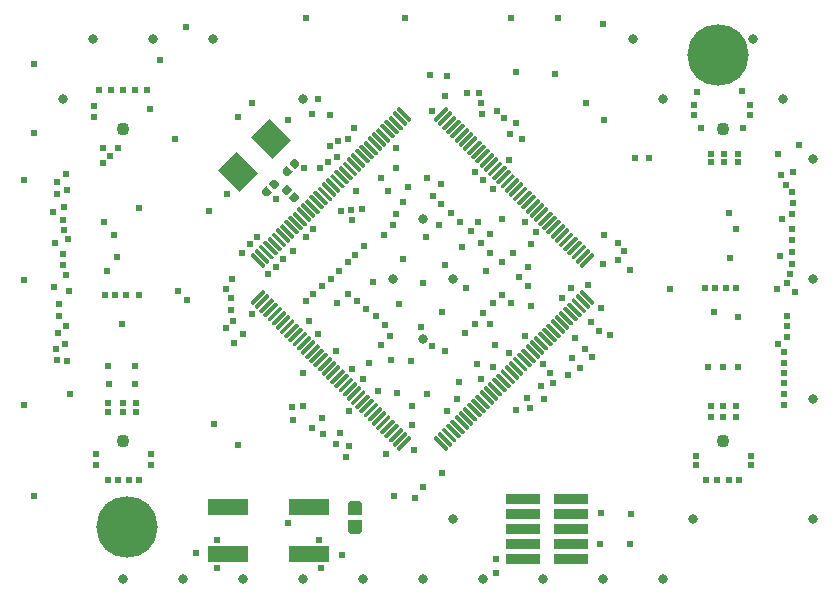
<source format=gbr>
%TF.GenerationSoftware,Altium Limited,Altium Designer,23.0.1 (38)*%
G04 Layer_Color=8388736*
%FSLAX45Y45*%
%MOMM*%
%TF.SameCoordinates,98E3409A-FA71-4B7D-AABF-4CEB4AF68500*%
%TF.FilePolarity,Negative*%
%TF.FileFunction,Soldermask,Top*%
%TF.Part,Single*%
G01*
G75*
%TA.AperFunction,ComponentPad*%
%ADD29C,1.10000*%
%TA.AperFunction,ViaPad*%
%ADD30C,0.60960*%
%TA.AperFunction,SMDPad,CuDef*%
%ADD49R,2.99320X0.94320*%
G04:AMPARAMS|DCode=50|XSize=2.2032mm|YSize=2.6032mm|CornerRadius=0mm|HoleSize=0mm|Usage=FLASHONLY|Rotation=45.000|XOffset=0mm|YOffset=0mm|HoleType=Round|Shape=Rectangle|*
%AMROTATEDRECTD50*
4,1,4,0.14142,-1.69932,-1.69932,0.14142,-0.14142,1.69932,1.69932,-0.14142,0.14142,-1.69932,0.0*
%
%ADD50ROTATEDRECTD50*%

%ADD51R,3.40320X1.40320*%
%TA.AperFunction,ComponentPad*%
%ADD52C,5.20320*%
%TA.AperFunction,ViaPad*%
%ADD53C,0.81280*%
G36*
X216552Y1441614D02*
Y1429240D01*
X119325Y1332013D01*
X106950D01*
X94576Y1344387D01*
Y1356761D01*
X191803Y1453988D01*
X204177D01*
X216552Y1441614D01*
D02*
G37*
G36*
X-94576Y1356761D02*
Y1344387D01*
X-106950Y1332012D01*
X-119325D01*
X-216552Y1429239D01*
Y1441614D01*
X-204177Y1453988D01*
X-191803D01*
X-94576Y1356761D01*
D02*
G37*
G36*
X251907Y1406259D02*
Y1393884D01*
X154680Y1296657D01*
X142305D01*
X129931Y1309032D01*
Y1321406D01*
X227158Y1418633D01*
X239532D01*
X251907Y1406259D01*
D02*
G37*
G36*
X-129931Y1321406D02*
Y1309032D01*
X-142305Y1296657D01*
X-154680D01*
X-251907Y1393884D01*
Y1406259D01*
X-239532Y1418633D01*
X-227158D01*
X-129931Y1321406D01*
D02*
G37*
G36*
X287262Y1370903D02*
Y1358529D01*
X190035Y1261302D01*
X177661D01*
X165286Y1273676D01*
Y1286051D01*
X262514Y1383278D01*
X274888D01*
X287262Y1370903D01*
D02*
G37*
G36*
X-165286Y1286051D02*
Y1273676D01*
X-177661Y1261302D01*
X-190035D01*
X-287262Y1358529D01*
Y1370903D01*
X-274888Y1383278D01*
X-262514D01*
X-165286Y1286051D01*
D02*
G37*
G36*
X322617Y1335548D02*
Y1323174D01*
X225390Y1225946D01*
X213015D01*
X200641Y1238321D01*
Y1250695D01*
X297868Y1347922D01*
X310242D01*
X322617Y1335548D01*
D02*
G37*
G36*
X-200641Y1250695D02*
Y1238321D01*
X-213016Y1225946D01*
X-225390D01*
X-322617Y1323174D01*
Y1335548D01*
X-310243Y1347922D01*
X-297869D01*
X-200641Y1250695D01*
D02*
G37*
G36*
X-235997Y1215340D02*
Y1202966D01*
X-248371Y1190591D01*
X-260746D01*
X-357973Y1287819D01*
Y1300193D01*
X-345598Y1312567D01*
X-333224D01*
X-235997Y1215340D01*
D02*
G37*
G36*
X357973Y1300192D02*
Y1287818D01*
X260745Y1190591D01*
X248371D01*
X235997Y1202965D01*
Y1215340D01*
X333224Y1312567D01*
X345598D01*
X357973Y1300192D01*
D02*
G37*
G36*
X393328Y1264837D02*
Y1252463D01*
X296101Y1155236D01*
X283727D01*
X271353Y1167610D01*
Y1179985D01*
X368580Y1277212D01*
X380954D01*
X393328Y1264837D01*
D02*
G37*
G36*
X-271353Y1179984D02*
Y1167610D01*
X-283727Y1155236D01*
X-296101D01*
X-393328Y1252463D01*
Y1264837D01*
X-380954Y1277212D01*
X-368580D01*
X-271353Y1179984D01*
D02*
G37*
G36*
X428683Y1229482D02*
Y1217107D01*
X331456Y1119880D01*
X319082D01*
X306708Y1132255D01*
Y1144629D01*
X403935Y1241856D01*
X416309D01*
X428683Y1229482D01*
D02*
G37*
G36*
X-306708Y1144629D02*
Y1132255D01*
X-319082Y1119880D01*
X-331456D01*
X-428683Y1217107D01*
Y1229482D01*
X-416309Y1241856D01*
X-403935D01*
X-306708Y1144629D01*
D02*
G37*
G36*
X464039Y1194127D02*
Y1181753D01*
X366812Y1084525D01*
X354437D01*
X342063Y1096900D01*
Y1109274D01*
X439290Y1206501D01*
X451664D01*
X464039Y1194127D01*
D02*
G37*
G36*
X-342063Y1109274D02*
Y1096900D01*
X-354437Y1084525D01*
X-366812D01*
X-464039Y1181753D01*
Y1194127D01*
X-451664Y1206501D01*
X-439290D01*
X-342063Y1109274D01*
D02*
G37*
G36*
X499394Y1158771D02*
Y1146397D01*
X402167Y1049170D01*
X389793D01*
X377418Y1061544D01*
Y1073919D01*
X474645Y1171146D01*
X487020D01*
X499394Y1158771D01*
D02*
G37*
G36*
X-377418Y1073919D02*
Y1061544D01*
X-389793Y1049170D01*
X-402167D01*
X-499394Y1146397D01*
Y1158771D01*
X-487020Y1171146D01*
X-474645D01*
X-377418Y1073919D01*
D02*
G37*
G36*
X534750Y1123416D02*
Y1111042D01*
X437522Y1013815D01*
X425148D01*
X412774Y1026189D01*
Y1038563D01*
X510001Y1135790D01*
X522375D01*
X534750Y1123416D01*
D02*
G37*
G36*
X-412774Y1038563D02*
Y1026189D01*
X-425148Y1013815D01*
X-437522D01*
X-534750Y1111042D01*
Y1123416D01*
X-522375Y1135790D01*
X-510001D01*
X-412774Y1038563D01*
D02*
G37*
G36*
X-448129Y1003208D02*
Y990834D01*
X-460503Y978459D01*
X-472878D01*
X-570105Y1075686D01*
Y1088061D01*
X-557730Y1100435D01*
X-545356D01*
X-448129Y1003208D01*
D02*
G37*
G36*
X570105Y1088060D02*
Y1075686D01*
X472878Y978459D01*
X460503D01*
X448129Y990833D01*
Y1003208D01*
X545356Y1100435D01*
X557730D01*
X570105Y1088060D01*
D02*
G37*
G36*
X-483484Y967853D02*
Y955478D01*
X-495859Y943104D01*
X-508233D01*
X-605460Y1040331D01*
Y1052705D01*
X-593086Y1065080D01*
X-580712D01*
X-483484Y967853D01*
D02*
G37*
G36*
X605460Y1052705D02*
Y1040331D01*
X508233Y943104D01*
X495858D01*
X483484Y955478D01*
Y967852D01*
X580711Y1065079D01*
X593085D01*
X605460Y1052705D01*
D02*
G37*
G36*
X-1070701Y1014872D02*
X-1070211Y1014824D01*
X-1069488Y1014605D01*
X-1069269Y1014538D01*
X-1068400Y1014074D01*
X-1067639Y1013449D01*
X-1043952Y989763D01*
X-1043951Y989761D01*
X-1043669Y989418D01*
X-1043326Y989000D01*
X-1042862Y988131D01*
X-1042576Y987189D01*
X-1042567Y987101D01*
X-1042479Y986209D01*
X-1042479Y986206D01*
Y966059D01*
X-1042479Y966056D01*
X-1042528Y965566D01*
X-1042576Y965076D01*
X-1042795Y964353D01*
X-1042862Y964133D01*
X-1043326Y963265D01*
X-1043951Y962504D01*
X-1074178Y932276D01*
X-1074180Y932274D01*
X-1074941Y931650D01*
X-1075810Y931186D01*
X-1076752Y930900D01*
X-1077732Y930803D01*
X-1078713Y930900D01*
X-1079655Y931186D01*
X-1080524Y931650D01*
X-1081285Y932274D01*
X-1125124Y976114D01*
X-1125126Y976115D01*
X-1125750Y976876D01*
X-1126214Y977745D01*
X-1126500Y978687D01*
X-1126597Y979668D01*
X-1126500Y980648D01*
X-1126214Y981590D01*
X-1125750Y982459D01*
X-1125126Y983220D01*
X-1094898Y1013448D01*
X-1094896Y1013449D01*
X-1094135Y1014074D01*
X-1093266Y1014538D01*
X-1092324Y1014824D01*
X-1091344Y1014921D01*
X-1071194D01*
X-1071191Y1014921D01*
X-1070701Y1014872D01*
D02*
G37*
G36*
X640815Y1017350D02*
Y1004975D01*
X543588Y907748D01*
X531214D01*
X518839Y920123D01*
Y932497D01*
X616067Y1029724D01*
X628441D01*
X640815Y1017350D01*
D02*
G37*
G36*
X-518839Y932497D02*
Y920123D01*
X-531214Y907748D01*
X-543588D01*
X-640815Y1004975D01*
Y1017350D01*
X-628441Y1029724D01*
X-616067D01*
X-518839Y932497D01*
D02*
G37*
G36*
X-1148169Y957018D02*
X-1147227Y956732D01*
X-1146358Y956268D01*
X-1145597Y955644D01*
X-1145596Y955642D01*
X-1101756Y911803D01*
X-1101132Y911042D01*
X-1100668Y910173D01*
X-1100382Y909231D01*
X-1100285Y908250D01*
X-1100382Y907270D01*
X-1100668Y906328D01*
X-1101132Y905459D01*
X-1101756Y904698D01*
X-1101758Y904696D01*
X-1131986Y874469D01*
X-1132747Y873844D01*
X-1133615Y873380D01*
X-1133835Y873313D01*
X-1134558Y873094D01*
X-1135048Y873045D01*
X-1135538Y872997D01*
X-1135541Y872997D01*
X-1155688D01*
X-1155691Y872997D01*
X-1156583Y873085D01*
X-1156671Y873094D01*
X-1157613Y873380D01*
X-1158482Y873844D01*
X-1158900Y874187D01*
X-1159243Y874469D01*
X-1159245Y874470D01*
X-1182931Y898157D01*
X-1183556Y898918D01*
X-1184020Y899787D01*
X-1184087Y900006D01*
X-1184306Y900729D01*
X-1184355Y901219D01*
X-1184403Y901709D01*
X-1184403Y901712D01*
Y921862D01*
X-1184306Y922842D01*
X-1184020Y923784D01*
X-1183556Y924653D01*
X-1182931Y925414D01*
X-1182930Y925416D01*
X-1152702Y955644D01*
X-1151941Y956268D01*
X-1151072Y956732D01*
X-1150130Y957018D01*
X-1149150Y957115D01*
X-1148169Y957018D01*
D02*
G37*
G36*
X676171Y981995D02*
Y969620D01*
X578944Y872393D01*
X566569D01*
X554195Y884768D01*
Y897142D01*
X651422Y994369D01*
X663796D01*
X676171Y981995D01*
D02*
G37*
G36*
X-554195Y897142D02*
Y884768D01*
X-566569Y872393D01*
X-578944D01*
X-676171Y969620D01*
Y981995D01*
X-663796Y994369D01*
X-651422D01*
X-554195Y897142D01*
D02*
G37*
G36*
X-1243717Y841415D02*
X-1243629Y841406D01*
X-1242687Y841120D01*
X-1241818Y840656D01*
X-1241400Y840313D01*
X-1241057Y840031D01*
X-1241055Y840030D01*
X-1217369Y816343D01*
X-1216744Y815582D01*
X-1216280Y814713D01*
X-1216213Y814494D01*
X-1215994Y813771D01*
X-1215945Y813281D01*
X-1215897Y812791D01*
X-1215897Y812788D01*
Y792638D01*
X-1215994Y791658D01*
X-1216280Y790716D01*
X-1216744Y789847D01*
X-1217369Y789086D01*
X-1217370Y789084D01*
X-1247598Y758856D01*
X-1248359Y758232D01*
X-1249228Y757768D01*
X-1250170Y757482D01*
X-1251150Y757385D01*
X-1252131Y757482D01*
X-1253073Y757768D01*
X-1253942Y758232D01*
X-1254703Y758856D01*
X-1254704Y758858D01*
X-1298544Y802697D01*
X-1299168Y803458D01*
X-1299632Y804327D01*
X-1299918Y805269D01*
X-1300015Y806250D01*
X-1299918Y807230D01*
X-1299632Y808172D01*
X-1299168Y809041D01*
X-1298544Y809802D01*
X-1298542Y809804D01*
X-1268314Y840031D01*
X-1267553Y840656D01*
X-1266685Y841120D01*
X-1266465Y841187D01*
X-1265742Y841406D01*
X-1265252Y841455D01*
X-1264762Y841503D01*
X-1264759Y841503D01*
X-1244612D01*
X-1244609Y841503D01*
X-1243717Y841415D01*
D02*
G37*
G36*
X711526Y946639D02*
Y934265D01*
X614299Y837038D01*
X601925D01*
X589550Y849412D01*
Y861787D01*
X686777Y959014D01*
X699152D01*
X711526Y946639D01*
D02*
G37*
G36*
X-589550Y861787D02*
Y849412D01*
X-601925Y837038D01*
X-614299D01*
X-711526Y934265D01*
Y946639D01*
X-699152Y959014D01*
X-686777D01*
X-589550Y861787D01*
D02*
G37*
G36*
X746881Y911284D02*
Y898910D01*
X649654Y801683D01*
X637280D01*
X624906Y814057D01*
Y826431D01*
X722133Y923659D01*
X734507D01*
X746881Y911284D01*
D02*
G37*
G36*
X-624906Y826431D02*
Y814057D01*
X-637280Y801682D01*
X-649655D01*
X-746882Y898910D01*
Y911284D01*
X-734507Y923658D01*
X-722133D01*
X-624906Y826431D01*
D02*
G37*
G36*
X-1143238Y798844D02*
X-1142748Y798796D01*
X-1142024Y798576D01*
X-1141805Y798510D01*
X-1140937Y798046D01*
X-1140175Y797421D01*
X-1105917Y763163D01*
X-1105915Y763161D01*
X-1105291Y762400D01*
X-1104827Y761531D01*
X-1104541Y760589D01*
X-1104444Y759609D01*
X-1104541Y758628D01*
X-1104827Y757686D01*
X-1105291Y756817D01*
X-1105915Y756056D01*
X-1149755Y712217D01*
X-1149756Y712215D01*
X-1150517Y711591D01*
X-1151386Y711127D01*
X-1152328Y710841D01*
X-1153309Y710744D01*
X-1154289Y710841D01*
X-1155231Y711127D01*
X-1156100Y711591D01*
X-1156861Y712215D01*
X-1191119Y746474D01*
X-1191121Y746475D01*
X-1191433Y746856D01*
X-1191746Y747237D01*
X-1192210Y748105D01*
X-1192276Y748324D01*
X-1192496Y749048D01*
X-1192544Y749538D01*
X-1192592Y750028D01*
X-1192592Y750030D01*
Y762117D01*
X-1192592Y762119D01*
X-1192544Y762609D01*
X-1192496Y763099D01*
X-1192276Y763822D01*
X-1192210Y764042D01*
X-1191746Y764910D01*
X-1191121Y765672D01*
X-1159372Y797421D01*
X-1158610Y798046D01*
X-1157742Y798510D01*
X-1157522Y798576D01*
X-1156799Y798796D01*
X-1156309Y798844D01*
X-1155819Y798892D01*
X-1155817Y798892D01*
X-1143730D01*
X-1143728Y798892D01*
X-1143238Y798844D01*
D02*
G37*
G36*
X782237Y875929D02*
Y863554D01*
X685010Y766327D01*
X672635D01*
X660261Y778702D01*
Y791076D01*
X757488Y888303D01*
X769863D01*
X782237Y875929D01*
D02*
G37*
G36*
X-660261Y791076D02*
Y778702D01*
X-672635Y766327D01*
X-685010D01*
X-782237Y863554D01*
Y875929D01*
X-769863Y888303D01*
X-757488D01*
X-660261Y791076D01*
D02*
G37*
G36*
X-695616Y755721D02*
Y743346D01*
X-707991Y730972D01*
X-720365D01*
X-817592Y828199D01*
Y840574D01*
X-805218Y852948D01*
X-792843D01*
X-695616Y755721D01*
D02*
G37*
G36*
X817592Y840573D02*
Y828199D01*
X720365Y730972D01*
X707991D01*
X695616Y743346D01*
Y755721D01*
X792843Y852948D01*
X805218D01*
X817592Y840573D01*
D02*
G37*
G36*
X-1321587Y783600D02*
X-1320645Y783314D01*
X-1319776Y782850D01*
X-1319015Y782226D01*
X-1275176Y738386D01*
X-1275174Y738385D01*
X-1274550Y737624D01*
X-1274086Y736755D01*
X-1273800Y735813D01*
X-1273703Y734832D01*
X-1273800Y733852D01*
X-1274086Y732910D01*
X-1274550Y732041D01*
X-1275174Y731280D01*
X-1305402Y701052D01*
X-1305404Y701051D01*
X-1306165Y700426D01*
X-1307034Y699962D01*
X-1307976Y699676D01*
X-1308956Y699579D01*
X-1329106D01*
X-1329109Y699579D01*
X-1329599Y699628D01*
X-1330089Y699676D01*
X-1330812Y699895D01*
X-1331031Y699962D01*
X-1331900Y700426D01*
X-1332661Y701051D01*
X-1356348Y724737D01*
X-1356349Y724739D01*
X-1356631Y725082D01*
X-1356974Y725500D01*
X-1357438Y726369D01*
X-1357724Y727311D01*
X-1357733Y727399D01*
X-1357821Y728291D01*
X-1357821Y728294D01*
Y748441D01*
X-1357821Y748444D01*
X-1357772Y748934D01*
X-1357724Y749424D01*
X-1357505Y750147D01*
X-1357438Y750367D01*
X-1356974Y751235D01*
X-1356349Y751996D01*
X-1326122Y782224D01*
X-1326120Y782226D01*
X-1325359Y782850D01*
X-1324490Y783314D01*
X-1323548Y783600D01*
X-1322568Y783697D01*
X-1321587Y783600D01*
D02*
G37*
G36*
X852947Y805218D02*
Y792843D01*
X755720Y695616D01*
X743346D01*
X730972Y707990D01*
Y720365D01*
X828199Y817592D01*
X840573D01*
X852947Y805218D01*
D02*
G37*
G36*
X-730972Y720365D02*
Y707990D01*
X-743346Y695616D01*
X-755720D01*
X-852947Y792843D01*
Y805217D01*
X-840573Y817592D01*
X-828199D01*
X-730972Y720365D01*
D02*
G37*
G36*
X888303Y769863D02*
Y757488D01*
X791076Y660261D01*
X778701D01*
X766327Y672635D01*
Y685010D01*
X863554Y782237D01*
X875928D01*
X888303Y769863D01*
D02*
G37*
G36*
X-766327Y685010D02*
Y672635D01*
X-778701Y660261D01*
X-791076D01*
X-888303Y757488D01*
Y769863D01*
X-875928Y782237D01*
X-863554D01*
X-766327Y685010D01*
D02*
G37*
G36*
X-1080911Y736959D02*
X-1079969Y736673D01*
X-1079100Y736209D01*
X-1078339Y735585D01*
X-1078337Y735583D01*
X-1044079Y701325D01*
X-1043454Y700563D01*
X-1042990Y699695D01*
X-1042924Y699476D01*
X-1042704Y698752D01*
X-1042656Y698262D01*
X-1042608Y697772D01*
X-1042608Y697770D01*
Y685683D01*
X-1042608Y685681D01*
X-1042656Y685191D01*
X-1042704Y684701D01*
X-1042924Y683978D01*
X-1042990Y683758D01*
X-1043454Y682890D01*
X-1044079Y682128D01*
X-1075828Y650379D01*
X-1076590Y649754D01*
X-1077458Y649290D01*
X-1077678Y649224D01*
X-1078401Y649004D01*
X-1078891Y648956D01*
X-1079381Y648908D01*
X-1079383Y648908D01*
X-1091470D01*
X-1091472Y648908D01*
X-1091962Y648956D01*
X-1092452Y649004D01*
X-1093176Y649224D01*
X-1093395Y649290D01*
X-1094263Y649754D01*
X-1094644Y650067D01*
X-1095025Y650379D01*
X-1095026Y650381D01*
X-1129285Y684639D01*
X-1129909Y685400D01*
X-1130373Y686269D01*
X-1130659Y687211D01*
X-1130756Y688191D01*
X-1130659Y689172D01*
X-1130373Y690114D01*
X-1129909Y690983D01*
X-1129285Y691744D01*
X-1129283Y691745D01*
X-1085444Y735585D01*
X-1084683Y736209D01*
X-1083814Y736673D01*
X-1082872Y736959D01*
X-1081891Y737056D01*
X-1080911Y736959D01*
D02*
G37*
G36*
X923658Y734507D02*
Y722133D01*
X826431Y624906D01*
X814057D01*
X801682Y637280D01*
Y649655D01*
X898910Y746882D01*
X911284D01*
X923658Y734507D01*
D02*
G37*
G36*
X-801683Y649654D02*
Y637280D01*
X-814057Y624906D01*
X-826431D01*
X-923659Y722133D01*
Y734507D01*
X-911284Y746881D01*
X-898910D01*
X-801683Y649654D01*
D02*
G37*
G36*
X959014Y699152D02*
Y686778D01*
X861786Y589551D01*
X849412D01*
X837038Y601925D01*
Y614299D01*
X934265Y711526D01*
X946639D01*
X959014Y699152D01*
D02*
G37*
G36*
X-837038Y614299D02*
Y601925D01*
X-849412Y589551D01*
X-861786D01*
X-959014Y686778D01*
Y699152D01*
X-946639Y711526D01*
X-934265D01*
X-837038Y614299D01*
D02*
G37*
G36*
X994369Y663797D02*
Y651422D01*
X897142Y554195D01*
X884767D01*
X872393Y566570D01*
Y578944D01*
X969620Y676171D01*
X981994D01*
X994369Y663797D01*
D02*
G37*
G36*
X-872393Y578944D02*
Y566570D01*
X-884768Y554195D01*
X-897142D01*
X-994369Y651422D01*
Y663797D01*
X-981995Y676171D01*
X-969620D01*
X-872393Y578944D01*
D02*
G37*
G36*
X-907749Y543589D02*
Y531214D01*
X-920123Y518840D01*
X-932497D01*
X-1029724Y616067D01*
Y628441D01*
X-1017350Y640816D01*
X-1004976D01*
X-907749Y543589D01*
D02*
G37*
G36*
X1029724Y628441D02*
Y616067D01*
X932497Y518840D01*
X920123D01*
X907749Y531214D01*
Y543588D01*
X1004976Y640816D01*
X1017350D01*
X1029724Y628441D01*
D02*
G37*
G36*
X1065080Y593086D02*
Y580712D01*
X967853Y483485D01*
X955478D01*
X943104Y495859D01*
Y508233D01*
X1040331Y605461D01*
X1052705D01*
X1065080Y593086D01*
D02*
G37*
G36*
X-943104Y508233D02*
Y495859D01*
X-955478Y483484D01*
X-967853D01*
X-1065080Y580712D01*
Y593086D01*
X-1052705Y605460D01*
X-1040331D01*
X-943104Y508233D01*
D02*
G37*
G36*
X1100435Y557730D02*
Y545356D01*
X1003208Y448129D01*
X990834D01*
X978459Y460503D01*
Y472878D01*
X1075686Y570105D01*
X1088061D01*
X1100435Y557730D01*
D02*
G37*
G36*
X-978459Y472878D02*
Y460503D01*
X-990833Y448129D01*
X-1003208D01*
X-1100435Y545356D01*
Y557730D01*
X-1088060Y570105D01*
X-1075686D01*
X-978459Y472878D01*
D02*
G37*
G36*
X1135790Y522375D02*
Y510001D01*
X1038563Y412774D01*
X1026188D01*
X1013814Y425148D01*
Y437523D01*
X1111041Y534750D01*
X1123416D01*
X1135790Y522375D01*
D02*
G37*
G36*
X-1013814Y437522D02*
Y425148D01*
X-1026188Y412774D01*
X-1038563D01*
X-1135790Y510001D01*
Y522375D01*
X-1123416Y534750D01*
X-1111041D01*
X-1013814Y437522D01*
D02*
G37*
G36*
X1171145Y487020D02*
Y474645D01*
X1073918Y377418D01*
X1061544D01*
X1049170Y389793D01*
Y402167D01*
X1146397Y499394D01*
X1158771D01*
X1171145Y487020D01*
D02*
G37*
G36*
X-1049170Y402167D02*
Y389793D01*
X-1061544Y377418D01*
X-1073918D01*
X-1171145Y474645D01*
Y487020D01*
X-1158771Y499394D01*
X-1146397D01*
X-1049170Y402167D01*
D02*
G37*
G36*
X1206501Y451665D02*
Y439290D01*
X1109274Y342063D01*
X1096900D01*
X1084525Y354437D01*
Y366812D01*
X1181752Y464039D01*
X1194127D01*
X1206501Y451665D01*
D02*
G37*
G36*
X-1084525Y366812D02*
Y354437D01*
X-1096900Y342063D01*
X-1109274D01*
X-1206501Y439290D01*
Y451665D01*
X-1194127Y464039D01*
X-1181752D01*
X-1084525Y366812D01*
D02*
G37*
G36*
X1241856Y416310D02*
Y403935D01*
X1144629Y306708D01*
X1132255D01*
X1119880Y319082D01*
Y331457D01*
X1217107Y428684D01*
X1229482D01*
X1241856Y416310D01*
D02*
G37*
G36*
X-1119880Y331457D02*
Y319082D01*
X-1132255Y306708D01*
X-1144629D01*
X-1241856Y403935D01*
Y416309D01*
X-1229482Y428684D01*
X-1217108D01*
X-1119880Y331457D01*
D02*
G37*
G36*
X1277212Y380954D02*
Y368580D01*
X1179984Y271353D01*
X1167610D01*
X1155236Y283727D01*
Y296101D01*
X1252463Y393328D01*
X1264837D01*
X1277212Y380954D01*
D02*
G37*
G36*
X-1155236Y296101D02*
Y283727D01*
X-1167610Y271353D01*
X-1179985D01*
X-1277212Y368580D01*
Y380954D01*
X-1264837Y393328D01*
X-1252463D01*
X-1155236Y296101D01*
D02*
G37*
G36*
X1312567Y345599D02*
Y333224D01*
X1215340Y235997D01*
X1202965D01*
X1190591Y248372D01*
Y260746D01*
X1287818Y357973D01*
X1300192D01*
X1312567Y345599D01*
D02*
G37*
G36*
X-1190592Y260746D02*
Y248372D01*
X-1202966Y235997D01*
X-1215340D01*
X-1312568Y333224D01*
Y345599D01*
X-1300193Y357973D01*
X-1287819D01*
X-1190592Y260746D01*
D02*
G37*
G36*
X-1225946Y225390D02*
Y213016D01*
X-1238320Y200642D01*
X-1250695D01*
X-1347922Y297869D01*
Y310243D01*
X-1335547Y322618D01*
X-1323173D01*
X-1225946Y225390D01*
D02*
G37*
G36*
X1347922Y310242D02*
Y297868D01*
X1250695Y200641D01*
X1238320D01*
X1225946Y213015D01*
Y225390D01*
X1323173Y322617D01*
X1335547D01*
X1347922Y310242D01*
D02*
G37*
G36*
X1383278Y274888D02*
Y262514D01*
X1286051Y165286D01*
X1273676D01*
X1261302Y177661D01*
Y190035D01*
X1358529Y287262D01*
X1370903D01*
X1383278Y274888D01*
D02*
G37*
G36*
X-1261302Y190035D02*
Y177661D01*
X-1273676Y165286D01*
X-1286051D01*
X-1383278Y262514D01*
Y274888D01*
X-1370903Y287262D01*
X-1358529D01*
X-1261302Y190035D01*
D02*
G37*
G36*
X1418633Y239533D02*
Y227158D01*
X1321406Y129931D01*
X1309031D01*
X1296657Y142306D01*
Y154680D01*
X1393884Y251907D01*
X1406259D01*
X1418633Y239533D01*
D02*
G37*
G36*
X-1296657Y154680D02*
Y142306D01*
X-1309031Y129931D01*
X-1321406D01*
X-1418633Y227158D01*
Y239533D01*
X-1406259Y251907D01*
X-1393884D01*
X-1296657Y154680D01*
D02*
G37*
G36*
X1453988Y204177D02*
Y191803D01*
X1356761Y94576D01*
X1344387D01*
X1332012Y106950D01*
Y119325D01*
X1429239Y216552D01*
X1441614D01*
X1453988Y204177D01*
D02*
G37*
G36*
X-1332013Y119325D02*
Y106950D01*
X-1344387Y94576D01*
X-1356761D01*
X-1453988Y191803D01*
Y204177D01*
X-1441614Y216552D01*
X-1429240D01*
X-1332013Y119325D01*
D02*
G37*
G36*
X1453988Y-191803D02*
Y-204177D01*
X1441614Y-216551D01*
X1429239D01*
X1332012Y-119324D01*
Y-106950D01*
X1344387Y-94575D01*
X1356761D01*
X1453988Y-191803D01*
D02*
G37*
G36*
X-1332012Y-106950D02*
Y-119324D01*
X-1429239Y-216551D01*
X-1441614D01*
X-1453988Y-204177D01*
Y-191803D01*
X-1356761Y-94575D01*
X-1344387D01*
X-1332012Y-106950D01*
D02*
G37*
G36*
X1418633Y-227158D02*
Y-239533D01*
X1406259Y-251907D01*
X1393884D01*
X1296657Y-154680D01*
Y-142306D01*
X1309031Y-129931D01*
X1321406D01*
X1418633Y-227158D01*
D02*
G37*
G36*
X-1296657Y-142306D02*
Y-154680D01*
X-1393884Y-251907D01*
X-1406259D01*
X-1418633Y-239533D01*
Y-227158D01*
X-1321406Y-129931D01*
X-1309031D01*
X-1296657Y-142306D01*
D02*
G37*
G36*
X1383277Y-262513D02*
Y-274887D01*
X1370903Y-287262D01*
X1358529D01*
X1261302Y-190035D01*
Y-177660D01*
X1273676Y-165286D01*
X1286050D01*
X1383277Y-262513D01*
D02*
G37*
G36*
X-1261302Y-177661D02*
Y-190035D01*
X-1358529Y-287262D01*
X-1370903D01*
X-1383278Y-274888D01*
Y-262514D01*
X-1286051Y-165286D01*
X-1273676D01*
X-1261302Y-177661D01*
D02*
G37*
G36*
X1347922Y-297869D02*
Y-310243D01*
X1335548Y-322617D01*
X1323173D01*
X1225946Y-225390D01*
Y-213016D01*
X1238321Y-200641D01*
X1250695D01*
X1347922Y-297869D01*
D02*
G37*
G36*
X-1225946Y-213016D02*
Y-225390D01*
X-1323173Y-322617D01*
X-1335548D01*
X-1347922Y-310243D01*
Y-297869D01*
X-1250695Y-200641D01*
X-1238321D01*
X-1225946Y-213016D01*
D02*
G37*
G36*
X1312567Y-333224D02*
Y-345598D01*
X1300192Y-357973D01*
X1287818D01*
X1190591Y-260745D01*
Y-248371D01*
X1202965Y-235997D01*
X1215339D01*
X1312567Y-333224D01*
D02*
G37*
G36*
X-1190591Y-248371D02*
Y-260745D01*
X-1287818Y-357973D01*
X-1300193D01*
X-1312567Y-345598D01*
Y-333224D01*
X-1215340Y-235997D01*
X-1202966D01*
X-1190591Y-248371D01*
D02*
G37*
G36*
X1277212Y-368579D02*
Y-380953D01*
X1264837Y-393328D01*
X1252463D01*
X1155236Y-296101D01*
Y-283726D01*
X1167610Y-271352D01*
X1179984D01*
X1277212Y-368579D01*
D02*
G37*
G36*
X-1155236Y-283726D02*
Y-296101D01*
X-1252463Y-393328D01*
X-1264837D01*
X-1277212Y-380953D01*
Y-368579D01*
X-1179984Y-271352D01*
X-1167610D01*
X-1155236Y-283726D01*
D02*
G37*
G36*
X1241856Y-403934D02*
Y-416309D01*
X1229482Y-428683D01*
X1217107D01*
X1119880Y-331456D01*
Y-319082D01*
X1132255Y-306707D01*
X1144629D01*
X1241856Y-403934D01*
D02*
G37*
G36*
X-1119881Y-319082D02*
Y-331456D01*
X-1217108Y-428683D01*
X-1229482D01*
X-1241857Y-416309D01*
Y-403935D01*
X-1144630Y-306708D01*
X-1132255D01*
X-1119881Y-319082D01*
D02*
G37*
G36*
X1206502Y-439290D02*
Y-451664D01*
X1194127Y-464038D01*
X1181753D01*
X1084526Y-366811D01*
Y-354437D01*
X1096900Y-342063D01*
X1109274D01*
X1206502Y-439290D01*
D02*
G37*
G36*
X-1084525Y-354437D02*
Y-366811D01*
X-1181752Y-464038D01*
X-1194127D01*
X-1206501Y-451664D01*
Y-439290D01*
X-1109274Y-342063D01*
X-1096900D01*
X-1084525Y-354437D01*
D02*
G37*
G36*
X1171145Y-474645D02*
Y-487020D01*
X1158771Y-499394D01*
X1146397D01*
X1049170Y-402167D01*
Y-389792D01*
X1061544Y-377418D01*
X1073918D01*
X1171145Y-474645D01*
D02*
G37*
G36*
X-1049170Y-389792D02*
Y-402167D01*
X-1146397Y-499394D01*
X-1158771D01*
X-1171145Y-487020D01*
Y-474645D01*
X-1073918Y-377418D01*
X-1061544D01*
X-1049170Y-389792D01*
D02*
G37*
G36*
X1135790Y-510000D02*
Y-522375D01*
X1123416Y-534749D01*
X1111041D01*
X1013814Y-437522D01*
Y-425147D01*
X1026189Y-412773D01*
X1038563D01*
X1135790Y-510000D01*
D02*
G37*
G36*
X-1013814Y-425148D02*
Y-437522D01*
X-1111041Y-534750D01*
X-1123416D01*
X-1135790Y-522375D01*
Y-510001D01*
X-1038563Y-412774D01*
X-1026188D01*
X-1013814Y-425148D01*
D02*
G37*
G36*
X1100435Y-545356D02*
Y-557731D01*
X1088060Y-570105D01*
X1075686D01*
X978459Y-472878D01*
Y-460504D01*
X990833Y-448129D01*
X1003208D01*
X1100435Y-545356D01*
D02*
G37*
G36*
X-978459Y-460504D02*
Y-472878D01*
X-1075686Y-570105D01*
X-1088060D01*
X-1100435Y-557731D01*
Y-545357D01*
X-1003208Y-448129D01*
X-990833D01*
X-978459Y-460504D01*
D02*
G37*
G36*
X1065079Y-580711D02*
Y-593085D01*
X1052705Y-605460D01*
X1040331D01*
X943104Y-508233D01*
Y-495858D01*
X955478Y-483484D01*
X967852D01*
X1065079Y-580711D01*
D02*
G37*
G36*
X-943104Y-495859D02*
Y-508233D01*
X-1040331Y-605460D01*
X-1052705D01*
X-1065080Y-593086D01*
Y-580712D01*
X-967853Y-483484D01*
X-955478D01*
X-943104Y-495859D01*
D02*
G37*
G36*
X1029724Y-616067D02*
Y-628441D01*
X1017350Y-640815D01*
X1004975D01*
X907748Y-543588D01*
Y-531214D01*
X920123Y-518839D01*
X932497D01*
X1029724Y-616067D01*
D02*
G37*
G36*
X-907748Y-531214D02*
Y-543588D01*
X-1004975Y-640815D01*
X-1017350D01*
X-1029724Y-628441D01*
Y-616067D01*
X-932497Y-518839D01*
X-920123D01*
X-907748Y-531214D01*
D02*
G37*
G36*
X-872393Y-566569D02*
Y-578943D01*
X-969620Y-676171D01*
X-981994D01*
X-994369Y-663796D01*
Y-651422D01*
X-897142Y-554195D01*
X-884767D01*
X-872393Y-566569D01*
D02*
G37*
G36*
X994369Y-651422D02*
Y-663796D01*
X981995Y-676171D01*
X969620D01*
X872393Y-578944D01*
Y-566569D01*
X884768Y-554195D01*
X897142D01*
X994369Y-651422D01*
D02*
G37*
G36*
X959014Y-686777D02*
Y-699152D01*
X946639Y-711526D01*
X934265D01*
X837038Y-614299D01*
Y-601924D01*
X849412Y-589550D01*
X861786D01*
X959014Y-686777D01*
D02*
G37*
G36*
X-837038Y-601924D02*
Y-614299D01*
X-934265Y-711526D01*
X-946639D01*
X-959014Y-699152D01*
Y-686777D01*
X-861786Y-589550D01*
X-849412D01*
X-837038Y-601924D01*
D02*
G37*
G36*
X923658Y-722133D02*
Y-734507D01*
X911284Y-746881D01*
X898909D01*
X801682Y-649654D01*
Y-637280D01*
X814057Y-624906D01*
X826431D01*
X923658Y-722133D01*
D02*
G37*
G36*
X-801682Y-637280D02*
Y-649654D01*
X-898909Y-746881D01*
X-911284D01*
X-923658Y-734507D01*
Y-722133D01*
X-826431Y-624906D01*
X-814057D01*
X-801682Y-637280D01*
D02*
G37*
G36*
X888303Y-757488D02*
Y-769862D01*
X875928Y-782236D01*
X863554D01*
X766327Y-685009D01*
Y-672635D01*
X778701Y-660261D01*
X791076D01*
X888303Y-757488D01*
D02*
G37*
G36*
X-766327Y-672635D02*
Y-685010D01*
X-863554Y-782237D01*
X-875929D01*
X-888303Y-769863D01*
Y-757488D01*
X-791076Y-660261D01*
X-778702D01*
X-766327Y-672635D01*
D02*
G37*
G36*
X852947Y-792843D02*
Y-805217D01*
X840573Y-817592D01*
X828199D01*
X730972Y-720365D01*
Y-707990D01*
X743346Y-695616D01*
X755720D01*
X852947Y-792843D01*
D02*
G37*
G36*
X-730972Y-707990D02*
Y-720365D01*
X-828199Y-817592D01*
X-840573D01*
X-852947Y-805218D01*
Y-792843D01*
X-755720Y-695616D01*
X-743346D01*
X-730972Y-707990D01*
D02*
G37*
G36*
X817592Y-828199D02*
Y-840573D01*
X805218Y-852947D01*
X792843D01*
X695616Y-755720D01*
Y-743346D01*
X707990Y-730972D01*
X720365D01*
X817592Y-828199D01*
D02*
G37*
G36*
X-695616Y-743346D02*
Y-755720D01*
X-792843Y-852947D01*
X-805217D01*
X-817592Y-840573D01*
Y-828199D01*
X-720365Y-730972D01*
X-707990D01*
X-695616Y-743346D01*
D02*
G37*
G36*
X782237Y-863554D02*
Y-875928D01*
X769863Y-888303D01*
X757488D01*
X660261Y-791076D01*
Y-778701D01*
X672635Y-766327D01*
X685010D01*
X782237Y-863554D01*
D02*
G37*
G36*
X-660261Y-778701D02*
Y-791076D01*
X-757488Y-888303D01*
X-769863D01*
X-782237Y-875928D01*
Y-863554D01*
X-685010Y-766327D01*
X-672635D01*
X-660261Y-778701D01*
D02*
G37*
G36*
X746881Y-898909D02*
Y-911284D01*
X734507Y-923658D01*
X722133D01*
X624906Y-826431D01*
Y-814057D01*
X637280Y-801682D01*
X649654D01*
X746881Y-898909D01*
D02*
G37*
G36*
X-624906Y-814057D02*
Y-826431D01*
X-722133Y-923658D01*
X-734507D01*
X-746881Y-911284D01*
Y-898909D01*
X-649654Y-801682D01*
X-637280D01*
X-624906Y-814057D01*
D02*
G37*
G36*
X711526Y-934265D02*
Y-946639D01*
X699152Y-959013D01*
X686777D01*
X589550Y-861786D01*
Y-849412D01*
X601925Y-837037D01*
X614299D01*
X711526Y-934265D01*
D02*
G37*
G36*
X-589550Y-849412D02*
Y-861786D01*
X-686777Y-959014D01*
X-699152D01*
X-711526Y-946639D01*
Y-934265D01*
X-614299Y-837038D01*
X-601924D01*
X-589550Y-849412D01*
D02*
G37*
G36*
X676171Y-969620D02*
Y-981994D01*
X663796Y-994369D01*
X651422D01*
X554195Y-897141D01*
Y-884767D01*
X566569Y-872393D01*
X578944D01*
X676171Y-969620D01*
D02*
G37*
G36*
X-554195Y-884767D02*
Y-897141D01*
X-651422Y-994369D01*
X-663796D01*
X-676171Y-981994D01*
Y-969620D01*
X-578944Y-872393D01*
X-566569D01*
X-554195Y-884767D01*
D02*
G37*
G36*
X640815Y-1004975D02*
Y-1017350D01*
X628441Y-1029724D01*
X616067D01*
X518839Y-932497D01*
Y-920123D01*
X531214Y-907748D01*
X543588D01*
X640815Y-1004975D01*
D02*
G37*
G36*
X-518839Y-920123D02*
Y-932497D01*
X-616067Y-1029724D01*
X-628441D01*
X-640815Y-1017350D01*
Y-1004975D01*
X-543588Y-907748D01*
X-531214D01*
X-518839Y-920123D01*
D02*
G37*
G36*
X605460Y-1040331D02*
Y-1052705D01*
X593085Y-1065079D01*
X580711D01*
X483484Y-967852D01*
Y-955478D01*
X495858Y-943104D01*
X508233D01*
X605460Y-1040331D01*
D02*
G37*
G36*
X-483484Y-955478D02*
Y-967853D01*
X-580712Y-1065080D01*
X-593086D01*
X-605460Y-1052705D01*
Y-1040331D01*
X-508233Y-943104D01*
X-495859D01*
X-483484Y-955478D01*
D02*
G37*
G36*
X570105Y-1075686D02*
Y-1088060D01*
X557731Y-1100435D01*
X545357D01*
X448129Y-1003208D01*
Y-990833D01*
X460504Y-978459D01*
X472878D01*
X570105Y-1075686D01*
D02*
G37*
G36*
X-448129Y-990833D02*
Y-1003208D01*
X-545356Y-1100435D01*
X-557731D01*
X-570105Y-1088060D01*
Y-1075686D01*
X-472878Y-978459D01*
X-460504D01*
X-448129Y-990833D01*
D02*
G37*
G36*
X534750Y-1111041D02*
Y-1123416D01*
X522375Y-1135790D01*
X510001D01*
X412774Y-1038563D01*
Y-1026188D01*
X425148Y-1013814D01*
X437522D01*
X534750Y-1111041D01*
D02*
G37*
G36*
X-412774Y-1026188D02*
Y-1038563D01*
X-510001Y-1135790D01*
X-522375D01*
X-534750Y-1123416D01*
Y-1111041D01*
X-437522Y-1013814D01*
X-425148D01*
X-412774Y-1026188D01*
D02*
G37*
G36*
X499394Y-1146396D02*
Y-1158771D01*
X487020Y-1171145D01*
X474645D01*
X377418Y-1073918D01*
Y-1061544D01*
X389793Y-1049169D01*
X402167D01*
X499394Y-1146396D01*
D02*
G37*
G36*
X-377418Y-1061544D02*
Y-1073918D01*
X-474645Y-1171145D01*
X-487020D01*
X-499394Y-1158771D01*
Y-1146396D01*
X-402167Y-1049169D01*
X-389793D01*
X-377418Y-1061544D01*
D02*
G37*
G36*
X464039Y-1181752D02*
Y-1194126D01*
X451664Y-1206501D01*
X439290D01*
X342063Y-1109274D01*
Y-1096899D01*
X354437Y-1084525D01*
X366812D01*
X464039Y-1181752D01*
D02*
G37*
G36*
X-342063Y-1096899D02*
Y-1109274D01*
X-439290Y-1206501D01*
X-451664D01*
X-464039Y-1194126D01*
Y-1181752D01*
X-366812Y-1084525D01*
X-354437D01*
X-342063Y-1096899D01*
D02*
G37*
G36*
X428683Y-1217107D02*
Y-1229482D01*
X416309Y-1241856D01*
X403935D01*
X306708Y-1144629D01*
Y-1132255D01*
X319082Y-1119880D01*
X331456D01*
X428683Y-1217107D01*
D02*
G37*
G36*
X-306708Y-1132255D02*
Y-1144629D01*
X-403935Y-1241856D01*
X-416309D01*
X-428683Y-1229482D01*
Y-1217107D01*
X-331456Y-1119880D01*
X-319082D01*
X-306708Y-1132255D01*
D02*
G37*
G36*
X393328Y-1252463D02*
Y-1264837D01*
X380953Y-1277212D01*
X368579D01*
X271352Y-1179984D01*
Y-1167610D01*
X283726Y-1155236D01*
X296101D01*
X393328Y-1252463D01*
D02*
G37*
G36*
X-271352Y-1167610D02*
Y-1179984D01*
X-368579Y-1277212D01*
X-380953D01*
X-393328Y-1264837D01*
Y-1252463D01*
X-296101Y-1155236D01*
X-283726D01*
X-271352Y-1167610D01*
D02*
G37*
G36*
X-235997Y-1202965D02*
Y-1215339D01*
X-333224Y-1312567D01*
X-345598D01*
X-357973Y-1300192D01*
Y-1287818D01*
X-260745Y-1190591D01*
X-248371D01*
X-235997Y-1202965D01*
D02*
G37*
G36*
X357973Y-1287818D02*
Y-1300193D01*
X345598Y-1312567D01*
X333224D01*
X235997Y-1215340D01*
Y-1202966D01*
X248371Y-1190591D01*
X260745D01*
X357973Y-1287818D01*
D02*
G37*
G36*
X322617Y-1323173D02*
Y-1335548D01*
X310243Y-1347922D01*
X297869D01*
X200641Y-1250695D01*
Y-1238321D01*
X213016Y-1225946D01*
X225390D01*
X322617Y-1323173D01*
D02*
G37*
G36*
X-200641Y-1238321D02*
Y-1250695D01*
X-297869Y-1347922D01*
X-310243D01*
X-322617Y-1335548D01*
Y-1323173D01*
X-225390Y-1225946D01*
X-213016D01*
X-200641Y-1238321D01*
D02*
G37*
G36*
X-165286Y-1273676D02*
Y-1286050D01*
X-262513Y-1383277D01*
X-274887D01*
X-287262Y-1370903D01*
Y-1358529D01*
X-190035Y-1261302D01*
X-177660D01*
X-165286Y-1273676D01*
D02*
G37*
G36*
X287262Y-1358529D02*
Y-1370903D01*
X274888Y-1383278D01*
X262514D01*
X165286Y-1286051D01*
Y-1273676D01*
X177661Y-1261302D01*
X190035D01*
X287262Y-1358529D01*
D02*
G37*
G36*
X251907Y-1393884D02*
Y-1406258D01*
X239532Y-1418633D01*
X227158D01*
X129931Y-1321406D01*
Y-1309031D01*
X142305Y-1296657D01*
X154680D01*
X251907Y-1393884D01*
D02*
G37*
G36*
X-129931Y-1309031D02*
Y-1321406D01*
X-227158Y-1418633D01*
X-239532D01*
X-251907Y-1406258D01*
Y-1393884D01*
X-154680Y-1296657D01*
X-142305D01*
X-129931Y-1309031D01*
D02*
G37*
G36*
X216551Y-1429239D02*
Y-1441614D01*
X204177Y-1453988D01*
X191803D01*
X94575Y-1356761D01*
Y-1344387D01*
X106950Y-1332012D01*
X119324D01*
X216551Y-1429239D01*
D02*
G37*
G36*
X-94575Y-1344387D02*
Y-1356761D01*
X-191803Y-1453988D01*
X-204177D01*
X-216551Y-1441614D01*
Y-1429239D01*
X-119324Y-1332012D01*
X-106950D01*
X-94575Y-1344387D01*
D02*
G37*
G36*
X-535111Y-1881705D02*
X-533805Y-1881965D01*
X-532544Y-1882393D01*
X-531349Y-1882982D01*
X-530242Y-1883722D01*
X-529240Y-1884600D01*
X-514300Y-1899541D01*
X-513422Y-1900542D01*
X-512682Y-1901649D01*
X-512093Y-1902844D01*
X-511665Y-1904105D01*
X-511405Y-1905411D01*
X-511318Y-1906740D01*
Y-1986800D01*
X-511405Y-1988129D01*
X-511665Y-1989435D01*
X-512093Y-1990696D01*
X-512682Y-1991891D01*
X-513422Y-1992998D01*
X-514300Y-1994000D01*
X-515301Y-1994878D01*
X-516409Y-1995618D01*
X-517603Y-1996207D01*
X-518865Y-1996635D01*
X-520171Y-1996895D01*
X-521500Y-1996982D01*
X-621500D01*
X-622829Y-1996895D01*
X-624135Y-1996635D01*
X-625397Y-1996207D01*
X-626591Y-1995618D01*
X-627699Y-1994878D01*
X-628700Y-1994000D01*
X-629578Y-1992998D01*
X-630318Y-1991891D01*
X-630907Y-1990696D01*
X-631335Y-1989435D01*
X-631595Y-1988129D01*
X-631682Y-1986800D01*
Y-1906740D01*
X-631595Y-1905411D01*
X-631335Y-1904105D01*
X-630907Y-1902844D01*
X-630318Y-1901649D01*
X-629578Y-1900542D01*
X-628700Y-1899541D01*
X-613759Y-1884600D01*
X-612758Y-1883722D01*
X-611650Y-1882982D01*
X-610456Y-1882393D01*
X-609195Y-1881965D01*
X-607889Y-1881705D01*
X-606560Y-1881618D01*
X-536440D01*
X-535111Y-1881705D01*
D02*
G37*
G36*
X-520171Y-2041705D02*
X-518865Y-2041965D01*
X-517603Y-2042393D01*
X-516409Y-2042982D01*
X-515301Y-2043722D01*
X-514300Y-2044600D01*
X-513422Y-2045602D01*
X-512682Y-2046709D01*
X-512093Y-2047904D01*
X-511665Y-2049165D01*
X-511405Y-2050471D01*
X-511318Y-2051800D01*
X-511318Y-2131860D01*
X-511405Y-2133189D01*
X-511665Y-2134495D01*
X-512093Y-2135756D01*
X-512682Y-2136951D01*
X-513422Y-2138058D01*
X-514300Y-2139059D01*
X-529240Y-2154000D01*
X-530242Y-2154878D01*
X-531349Y-2155618D01*
X-532544Y-2156207D01*
X-533805Y-2156635D01*
X-535111Y-2156895D01*
X-536440Y-2156982D01*
X-606560D01*
X-607889Y-2156895D01*
X-609195Y-2156635D01*
X-610456Y-2156207D01*
X-611651Y-2155618D01*
X-612758Y-2154878D01*
X-613759Y-2154000D01*
X-628700Y-2139059D01*
X-629578Y-2138058D01*
X-630318Y-2136951D01*
X-630907Y-2135756D01*
X-631335Y-2134495D01*
X-631595Y-2133189D01*
X-631682Y-2131860D01*
Y-2051800D01*
X-631595Y-2050471D01*
X-631335Y-2049165D01*
X-630907Y-2047904D01*
X-630318Y-2046709D01*
X-629578Y-2045602D01*
X-628700Y-2044600D01*
X-627699Y-2043722D01*
X-626591Y-2042982D01*
X-625397Y-2042393D01*
X-624135Y-2041965D01*
X-622829Y-2041705D01*
X-621500Y-2041618D01*
X-521500D01*
X-520171Y-2041705D01*
D02*
G37*
D29*
X-2540000Y1270000D02*
D03*
Y-1370000D02*
D03*
X2540000Y1270000D02*
D03*
Y-1370000D02*
D03*
D30*
X-86360Y-1236980D02*
D03*
X-3096747Y-684804D02*
D03*
X-3116580Y-71120D02*
D03*
X-3129280Y568960D02*
D03*
X-3111500Y307340D02*
D03*
X-3004456Y334970D02*
D03*
X-3036049Y416305D02*
D03*
X-3041079Y502518D02*
D03*
X-3035300Y607060D02*
D03*
X3009419Y-551701D02*
D03*
X1512526Y-248940D02*
D03*
X3126740Y231140D02*
D03*
X1143000Y2207260D02*
D03*
X1125220Y1734820D02*
D03*
X1381760Y1488440D02*
D03*
X3086100Y-399141D02*
D03*
X3085764Y-490629D02*
D03*
X3086100Y-312781D02*
D03*
X2667000Y-322580D02*
D03*
X3060700Y-622300D02*
D03*
X3061165Y-881380D02*
D03*
X-625218Y-1120117D02*
D03*
X-621136Y-1417621D02*
D03*
X164020Y-1642300D02*
D03*
X881883Y-1004943D02*
D03*
X2590800Y558800D02*
D03*
X2326640Y1584960D02*
D03*
X2705100Y1587500D02*
D03*
X2712720Y1275080D02*
D03*
X2354580Y1280160D02*
D03*
X-960120Y-353060D02*
D03*
X1794598Y1026207D02*
D03*
X741648Y1229609D02*
D03*
X842761Y1183640D02*
D03*
X1921033Y1024831D02*
D03*
X1108693Y-883660D02*
D03*
X1028676Y-1018627D02*
D03*
X-1805165Y572765D02*
D03*
X3009900Y1054100D02*
D03*
X3136900Y901700D02*
D03*
X-1562100Y1371600D02*
D03*
X-1447800Y1485900D02*
D03*
X-787400Y1384300D02*
D03*
X-939800Y1397000D02*
D03*
X-889000Y1524000D02*
D03*
X-2540000Y-1129600D02*
D03*
Y-1054100D02*
D03*
X2552700Y990600D02*
D03*
Y1061720D02*
D03*
X2540000Y-1168400D02*
D03*
Y-1079500D02*
D03*
X-2703895Y979107D02*
D03*
X-2708097Y1107984D02*
D03*
X-2644860Y1043687D02*
D03*
X-2576461Y1112085D02*
D03*
X1176566Y-164635D02*
D03*
X2413000Y-749300D02*
D03*
X2667000D02*
D03*
X2540000D02*
D03*
X-2222500Y1854200D02*
D03*
X-2006600Y2133600D02*
D03*
X-990600Y2209800D02*
D03*
X-152400D02*
D03*
X749300D02*
D03*
X1524000Y2159000D02*
D03*
X1536700Y1346200D02*
D03*
X787400Y1752600D02*
D03*
X-3289300Y1231900D02*
D03*
Y1816100D02*
D03*
X-3378200Y838200D02*
D03*
Y-12700D02*
D03*
Y-1066800D02*
D03*
X-3289300Y-1841500D02*
D03*
X-2336800Y1600200D02*
D03*
X-2438400D02*
D03*
X-2540000D02*
D03*
X-2641600D02*
D03*
X-2743200D02*
D03*
X-2311400Y1435100D02*
D03*
X-2781300Y1371600D02*
D03*
Y1460500D02*
D03*
X-1562100Y-1409700D02*
D03*
X-1765300Y-1231900D02*
D03*
X1765300Y-1993900D02*
D03*
X1511300Y-1981200D02*
D03*
X1752600Y-2247900D02*
D03*
X1498600D02*
D03*
X622300Y-2374900D02*
D03*
Y-2489200D02*
D03*
X-685800Y-2336800D02*
D03*
X-863600Y-2451100D02*
D03*
X-876300Y-2209800D02*
D03*
X-1917700Y-2324100D02*
D03*
X-1739900Y-2451100D02*
D03*
Y-2209800D02*
D03*
X-2768600Y-1485900D02*
D03*
Y-1574800D02*
D03*
X-2298700Y-1485900D02*
D03*
Y-1574800D02*
D03*
X-2400300Y-1701800D02*
D03*
X-2489200D02*
D03*
X-2578100D02*
D03*
X-2667000D02*
D03*
X-2654300Y-889000D02*
D03*
X-2438400D02*
D03*
Y-736600D02*
D03*
X-2667000D02*
D03*
X-2997200Y-101600D02*
D03*
X-1993900Y-177800D02*
D03*
X-2070100Y-101600D02*
D03*
X-2400300Y-139700D02*
D03*
X-2514600D02*
D03*
X-2603500D02*
D03*
X-2692400D02*
D03*
X2298700Y1384300D02*
D03*
Y1473200D02*
D03*
X2768600Y1384300D02*
D03*
Y1473200D02*
D03*
X63500Y1727200D02*
D03*
X203200Y1714500D02*
D03*
X190500Y1549400D02*
D03*
X2311400Y-1498600D02*
D03*
Y-1574800D02*
D03*
X2781300Y-1498600D02*
D03*
Y-1574800D02*
D03*
X2679700Y-1701800D02*
D03*
X2590800D02*
D03*
X2489200D02*
D03*
X2400300D02*
D03*
X3149600Y-114300D02*
D03*
X2997200Y-88900D02*
D03*
X2654300Y-76200D02*
D03*
X2565400D02*
D03*
X2476500D02*
D03*
X2387600D02*
D03*
X2095500Y-88900D02*
D03*
X1524000Y127000D02*
D03*
X1752600Y76200D02*
D03*
X0Y-1765300D02*
D03*
X-63500Y-1854200D02*
D03*
X-241300Y-1841500D02*
D03*
X139700Y457200D02*
D03*
X25400Y355600D02*
D03*
X-165100Y165100D02*
D03*
X-419100Y-25400D02*
D03*
X-203200Y-215900D02*
D03*
X0Y-38100D02*
D03*
X190500Y114300D02*
D03*
X330200Y266700D02*
D03*
X533400Y63500D02*
D03*
X368300Y-76200D02*
D03*
X165100Y-279400D02*
D03*
X-12700Y-406400D02*
D03*
X76200Y-571500D02*
D03*
X444500Y-381000D02*
D03*
X355600Y-457200D02*
D03*
X571500Y-381000D02*
D03*
X508000Y-292100D02*
D03*
X596900Y-203200D02*
D03*
X673100Y-139700D02*
D03*
X749300Y-203200D02*
D03*
X889000Y-63500D02*
D03*
X812800Y12700D02*
D03*
X889000Y101600D02*
D03*
X762000Y215900D02*
D03*
X673100Y139700D02*
D03*
X571500Y215900D02*
D03*
X495300Y304800D02*
D03*
X571500Y381000D02*
D03*
X469900Y482600D02*
D03*
X406400Y406400D02*
D03*
X317500Y482600D02*
D03*
X241300Y558800D02*
D03*
X152400Y635000D02*
D03*
X88900Y698500D02*
D03*
X152400Y800100D02*
D03*
X38100Y850900D02*
D03*
X-127000Y774700D02*
D03*
X-165100Y647700D02*
D03*
X-228600Y546100D02*
D03*
X-254000Y457200D02*
D03*
X-330200Y368300D02*
D03*
X-495300Y279400D02*
D03*
X-571500Y203200D02*
D03*
X-635000Y139700D02*
D03*
X-711200Y63500D02*
D03*
X-774700Y0D02*
D03*
X-850900Y-63500D02*
D03*
X-927100Y-127000D02*
D03*
X-1612900Y0D02*
D03*
X-1663700Y-88900D02*
D03*
X-1625600Y-165100D02*
D03*
X-1445008Y-296651D02*
D03*
X-990600Y-190500D02*
D03*
X-723900Y-203200D02*
D03*
X-635000Y-127000D02*
D03*
X-558800Y-190500D02*
D03*
X-482600Y-254000D02*
D03*
X-393700Y-317500D02*
D03*
X-317500Y-393700D02*
D03*
X-279400Y-482600D02*
D03*
X-355600Y-558800D02*
D03*
X-266700Y-685800D02*
D03*
X-101600Y-698500D02*
D03*
X-889000Y-469900D02*
D03*
X-596900Y-762000D02*
D03*
X-508000Y-850900D02*
D03*
X190500Y-609600D02*
D03*
X38100Y-977900D02*
D03*
X203200Y-1117600D02*
D03*
X292100Y-1016000D02*
D03*
X733111Y-623271D02*
D03*
X1257300Y-76200D02*
D03*
X957597Y401307D02*
D03*
X593063Y760617D02*
D03*
X-295864Y744220D02*
D03*
X-355600Y850900D02*
D03*
X-565880Y747984D02*
D03*
X-1100562Y238368D02*
D03*
X1018100Y-718820D02*
D03*
X1083136Y-796464D02*
D03*
X999478Y-906780D02*
D03*
X733372Y1009392D02*
D03*
X-1016000Y-800100D02*
D03*
X914400Y-228600D02*
D03*
Y292100D02*
D03*
X-990600Y355600D02*
D03*
X-228600Y1112483D02*
D03*
X673100Y508000D02*
D03*
X609600Y-558800D02*
D03*
X457200Y-723900D02*
D03*
X304800Y-876300D02*
D03*
X-215900Y-965200D02*
D03*
X-88900Y-1079500D02*
D03*
X-457200Y-711200D02*
D03*
X-927100Y419100D02*
D03*
X-228600Y939800D02*
D03*
X76200Y1422400D02*
D03*
X1397000Y-50800D02*
D03*
X863600Y-482600D02*
D03*
X596900Y-749300D02*
D03*
X495300Y-850900D02*
D03*
X-76200Y-1447800D02*
D03*
X-381000Y-952500D02*
D03*
X-736600Y-609600D02*
D03*
X-1308100Y38100D02*
D03*
X-1244600Y101600D02*
D03*
X-1181100Y165100D02*
D03*
X444500Y901700D02*
D03*
X508000Y838200D02*
D03*
X863600Y482600D02*
D03*
X-2095500Y1181100D02*
D03*
X-1143000Y-2070100D02*
D03*
X2667000Y1061720D02*
D03*
X2438400D02*
D03*
Y990600D02*
D03*
X2667000D02*
D03*
X3187700Y1130300D02*
D03*
X2654300Y-1168400D02*
D03*
X2438400D02*
D03*
X2654300Y-1079500D02*
D03*
X2438400D02*
D03*
X-2425700Y-1129600D02*
D03*
X-2667000D02*
D03*
X-2425700Y-1054100D02*
D03*
X-2667000D02*
D03*
X693526Y1363874D02*
D03*
X474118Y1574286D02*
D03*
X372343Y1570757D02*
D03*
X492760Y1485900D02*
D03*
X1539240Y368300D02*
D03*
X507631Y1397369D02*
D03*
X632460Y1424939D02*
D03*
X793406Y1320800D02*
D03*
X1701800Y233680D02*
D03*
X1651000Y304800D02*
D03*
X1653540Y157480D02*
D03*
X-306213Y-1484487D02*
D03*
X3128541Y732413D02*
D03*
X-1625600Y-266700D02*
D03*
X2463800Y-279400D02*
D03*
X3060700Y-795020D02*
D03*
Y-708660D02*
D03*
Y-977900D02*
D03*
Y-1066800D02*
D03*
X3035300Y876300D02*
D03*
X3073169Y798686D02*
D03*
X3133033Y638900D02*
D03*
X3124200Y546100D02*
D03*
X3046957Y507479D02*
D03*
X2654300Y419100D02*
D03*
X3124200D02*
D03*
X3126778Y332778D02*
D03*
X3022600Y190500D02*
D03*
X2604569Y177800D02*
D03*
X3126480Y129193D02*
D03*
X3113409Y43828D02*
D03*
X3086100Y-38100D02*
D03*
X-3016304Y888254D02*
D03*
X-3008446Y750430D02*
D03*
X-1659657Y719857D02*
D03*
X-1143000Y1346200D02*
D03*
X-1003300Y939800D02*
D03*
X-1244600Y673100D02*
D03*
X793983Y-1111017D02*
D03*
X906802Y-1090726D02*
D03*
X1435859Y-662977D02*
D03*
X1334665Y-755755D02*
D03*
X1228898Y-810072D02*
D03*
X1262380Y-673100D02*
D03*
X1287780Y-500380D02*
D03*
X1378417Y-595163D02*
D03*
X1590040Y-472440D02*
D03*
X1493520Y-436880D02*
D03*
X1430020Y-363220D02*
D03*
X-1663875Y-416386D02*
D03*
X-1524000Y-469900D02*
D03*
X-1603102Y-355028D02*
D03*
X-2585720Y182880D02*
D03*
X-3093720Y721360D02*
D03*
X-690127Y574726D02*
D03*
X-3009900Y-695960D02*
D03*
X-3025140Y-553720D02*
D03*
X-2984500Y-977900D02*
D03*
X-3101340Y-594360D02*
D03*
X-3086100Y-459740D02*
D03*
X-3020060Y-398780D02*
D03*
X-3078480Y-314960D02*
D03*
X-2542540Y-381000D02*
D03*
X-3075940Y-208280D02*
D03*
X-3022600Y30480D02*
D03*
X-2667467Y68113D02*
D03*
X-2613660Y368300D02*
D03*
X-2692867Y483067D02*
D03*
X-3042920Y121920D02*
D03*
X-3048000Y210820D02*
D03*
X-2402862Y602002D02*
D03*
X-3092275Y818374D02*
D03*
X-584167Y1274541D02*
D03*
X-1107440Y-1084580D02*
D03*
X-1013460Y-1076960D02*
D03*
X-1097513Y-1191493D02*
D03*
X-736600Y-1399540D02*
D03*
X-698234Y-1300746D02*
D03*
X-651043Y-1507957D02*
D03*
X-841673Y-1310640D02*
D03*
X-847113Y-1173480D02*
D03*
X-934720Y-1259840D02*
D03*
X-1595120Y-541020D02*
D03*
X-1526540Y218440D02*
D03*
X-1460500Y292100D02*
D03*
X-1401924Y355558D02*
D03*
X-595491Y500853D02*
D03*
X-604520Y586740D02*
D03*
X-515620Y589280D02*
D03*
X-801382Y988060D02*
D03*
X-871220Y937260D02*
D03*
X-712843Y1170401D02*
D03*
X-627380Y1182816D02*
D03*
X-786784Y1125220D02*
D03*
X-721377Y1031458D02*
D03*
D49*
X850900Y-1866900D02*
D03*
X1257900D02*
D03*
X850900Y-1993900D02*
D03*
X1257900D02*
D03*
X850900Y-2120900D02*
D03*
X1257900D02*
D03*
X850900Y-2247900D02*
D03*
X1257900D02*
D03*
X850900Y-2374900D02*
D03*
X1257900D02*
D03*
D50*
X-1562100Y901700D02*
D03*
X-1279257Y1184543D02*
D03*
D51*
X-1645200Y-2330400D02*
D03*
Y-1930400D02*
D03*
X-965200Y-2330400D02*
D03*
Y-1930400D02*
D03*
D52*
X2500000Y1900000D02*
D03*
X-2500000Y-2100000D02*
D03*
D53*
X3048000Y1524000D02*
D03*
X3302000Y1016000D02*
D03*
Y0D02*
D03*
Y-1016000D02*
D03*
Y-2032000D02*
D03*
X2794000Y2032000D02*
D03*
X2032000Y1524000D02*
D03*
X2286000Y-2032000D02*
D03*
X2032000Y-2540000D02*
D03*
X1778000Y2032000D02*
D03*
X1524000Y-2540000D02*
D03*
X1016000D02*
D03*
X508000D02*
D03*
X0Y508000D02*
D03*
X254000Y0D02*
D03*
X0Y-508000D02*
D03*
X254000Y-2032000D02*
D03*
X0Y-2540000D02*
D03*
X-254000Y0D02*
D03*
X-508000Y-2540000D02*
D03*
X-1016000Y1524000D02*
D03*
Y-2540000D02*
D03*
X-1524000D02*
D03*
X-1778000Y2032000D02*
D03*
X-2032000Y-2540000D02*
D03*
X-2286000Y2032000D02*
D03*
X-2540000Y-2540000D02*
D03*
X-2794000Y2032000D02*
D03*
X-3048000Y1524000D02*
D03*
%TF.MD5,753a9b2e933c4ead450552e1d751fbb3*%
M02*

</source>
